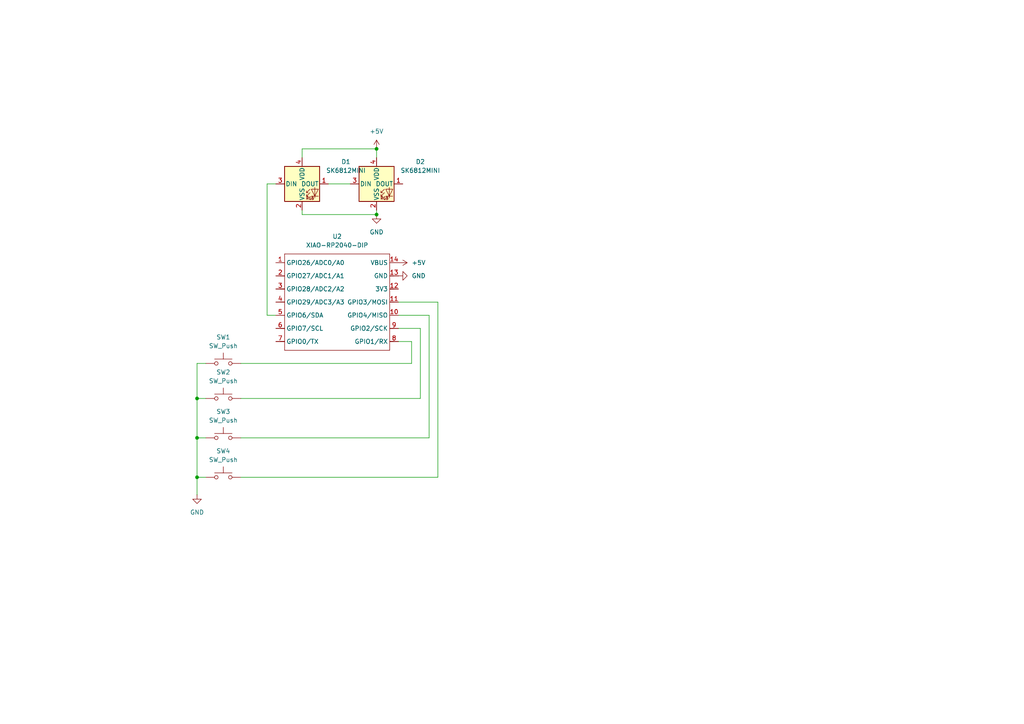
<source format=kicad_sch>
(kicad_sch
	(version 20250114)
	(generator "eeschema")
	(generator_version "9.0")
	(uuid "7e800ba9-664f-4666-9ed0-450b89cd639a")
	(paper "A4")
	(lib_symbols
		(symbol "LED:SK6812MINI"
			(pin_names
				(offset 0.254)
			)
			(exclude_from_sim no)
			(in_bom yes)
			(on_board yes)
			(property "Reference" "D"
				(at 5.08 5.715 0)
				(effects
					(font
						(size 1.27 1.27)
					)
					(justify right bottom)
				)
			)
			(property "Value" "SK6812MINI"
				(at 1.27 -5.715 0)
				(effects
					(font
						(size 1.27 1.27)
					)
					(justify left top)
				)
			)
			(property "Footprint" "LED_SMD:LED_SK6812MINI_PLCC4_3.5x3.5mm_P1.75mm"
				(at 1.27 -7.62 0)
				(effects
					(font
						(size 1.27 1.27)
					)
					(justify left top)
					(hide yes)
				)
			)
			(property "Datasheet" "https://cdn-shop.adafruit.com/product-files/2686/SK6812MINI_REV.01-1-2.pdf"
				(at 2.54 -9.525 0)
				(effects
					(font
						(size 1.27 1.27)
					)
					(justify left top)
					(hide yes)
				)
			)
			(property "Description" "RGB LED with integrated controller"
				(at 0 0 0)
				(effects
					(font
						(size 1.27 1.27)
					)
					(hide yes)
				)
			)
			(property "ki_keywords" "RGB LED NeoPixel Mini addressable"
				(at 0 0 0)
				(effects
					(font
						(size 1.27 1.27)
					)
					(hide yes)
				)
			)
			(property "ki_fp_filters" "LED*SK6812MINI*PLCC*3.5x3.5mm*P1.75mm*"
				(at 0 0 0)
				(effects
					(font
						(size 1.27 1.27)
					)
					(hide yes)
				)
			)
			(symbol "SK6812MINI_0_0"
				(text "RGB"
					(at 2.286 -4.191 0)
					(effects
						(font
							(size 0.762 0.762)
						)
					)
				)
			)
			(symbol "SK6812MINI_0_1"
				(polyline
					(pts
						(xy 1.27 -2.54) (xy 1.778 -2.54)
					)
					(stroke
						(width 0)
						(type default)
					)
					(fill
						(type none)
					)
				)
				(polyline
					(pts
						(xy 1.27 -3.556) (xy 1.778 -3.556)
					)
					(stroke
						(width 0)
						(type default)
					)
					(fill
						(type none)
					)
				)
				(polyline
					(pts
						(xy 2.286 -1.524) (xy 1.27 -2.54) (xy 1.27 -2.032)
					)
					(stroke
						(width 0)
						(type default)
					)
					(fill
						(type none)
					)
				)
				(polyline
					(pts
						(xy 2.286 -2.54) (xy 1.27 -3.556) (xy 1.27 -3.048)
					)
					(stroke
						(width 0)
						(type default)
					)
					(fill
						(type none)
					)
				)
				(polyline
					(pts
						(xy 3.683 -1.016) (xy 3.683 -3.556) (xy 3.683 -4.064)
					)
					(stroke
						(width 0)
						(type default)
					)
					(fill
						(type none)
					)
				)
				(polyline
					(pts
						(xy 4.699 -1.524) (xy 2.667 -1.524) (xy 3.683 -3.556) (xy 4.699 -1.524)
					)
					(stroke
						(width 0)
						(type default)
					)
					(fill
						(type none)
					)
				)
				(polyline
					(pts
						(xy 4.699 -3.556) (xy 2.667 -3.556)
					)
					(stroke
						(width 0)
						(type default)
					)
					(fill
						(type none)
					)
				)
				(rectangle
					(start 5.08 5.08)
					(end -5.08 -5.08)
					(stroke
						(width 0.254)
						(type default)
					)
					(fill
						(type background)
					)
				)
			)
			(symbol "SK6812MINI_1_1"
				(pin input line
					(at -7.62 0 0)
					(length 2.54)
					(name "DIN"
						(effects
							(font
								(size 1.27 1.27)
							)
						)
					)
					(number "3"
						(effects
							(font
								(size 1.27 1.27)
							)
						)
					)
				)
				(pin power_in line
					(at 0 7.62 270)
					(length 2.54)
					(name "VDD"
						(effects
							(font
								(size 1.27 1.27)
							)
						)
					)
					(number "4"
						(effects
							(font
								(size 1.27 1.27)
							)
						)
					)
				)
				(pin power_in line
					(at 0 -7.62 90)
					(length 2.54)
					(name "VSS"
						(effects
							(font
								(size 1.27 1.27)
							)
						)
					)
					(number "2"
						(effects
							(font
								(size 1.27 1.27)
							)
						)
					)
				)
				(pin output line
					(at 7.62 0 180)
					(length 2.54)
					(name "DOUT"
						(effects
							(font
								(size 1.27 1.27)
							)
						)
					)
					(number "1"
						(effects
							(font
								(size 1.27 1.27)
							)
						)
					)
				)
			)
			(embedded_fonts no)
		)
		(symbol "OPL:XIAO-RP2040-DIP"
			(exclude_from_sim no)
			(in_bom yes)
			(on_board yes)
			(property "Reference" "U"
				(at 0 0 0)
				(effects
					(font
						(size 1.27 1.27)
					)
				)
			)
			(property "Value" "XIAO-RP2040-DIP"
				(at 5.334 -1.778 0)
				(effects
					(font
						(size 1.27 1.27)
					)
				)
			)
			(property "Footprint" "Module:MOUDLE14P-XIAO-DIP-SMD"
				(at 14.478 -32.258 0)
				(effects
					(font
						(size 1.27 1.27)
					)
					(hide yes)
				)
			)
			(property "Datasheet" ""
				(at 0 0 0)
				(effects
					(font
						(size 1.27 1.27)
					)
					(hide yes)
				)
			)
			(property "Description" ""
				(at 0 0 0)
				(effects
					(font
						(size 1.27 1.27)
					)
					(hide yes)
				)
			)
			(symbol "XIAO-RP2040-DIP_1_0"
				(polyline
					(pts
						(xy -1.27 -2.54) (xy 29.21 -2.54)
					)
					(stroke
						(width 0.1524)
						(type solid)
					)
					(fill
						(type none)
					)
				)
				(polyline
					(pts
						(xy -1.27 -5.08) (xy -2.54 -5.08)
					)
					(stroke
						(width 0.1524)
						(type solid)
					)
					(fill
						(type none)
					)
				)
				(polyline
					(pts
						(xy -1.27 -5.08) (xy -1.27 -2.54)
					)
					(stroke
						(width 0.1524)
						(type solid)
					)
					(fill
						(type none)
					)
				)
				(polyline
					(pts
						(xy -1.27 -8.89) (xy -2.54 -8.89)
					)
					(stroke
						(width 0.1524)
						(type solid)
					)
					(fill
						(type none)
					)
				)
				(polyline
					(pts
						(xy -1.27 -8.89) (xy -1.27 -5.08)
					)
					(stroke
						(width 0.1524)
						(type solid)
					)
					(fill
						(type none)
					)
				)
				(polyline
					(pts
						(xy -1.27 -12.7) (xy -2.54 -12.7)
					)
					(stroke
						(width 0.1524)
						(type solid)
					)
					(fill
						(type none)
					)
				)
				(polyline
					(pts
						(xy -1.27 -12.7) (xy -1.27 -8.89)
					)
					(stroke
						(width 0.1524)
						(type solid)
					)
					(fill
						(type none)
					)
				)
				(polyline
					(pts
						(xy -1.27 -16.51) (xy -2.54 -16.51)
					)
					(stroke
						(width 0.1524)
						(type solid)
					)
					(fill
						(type none)
					)
				)
				(polyline
					(pts
						(xy -1.27 -16.51) (xy -1.27 -12.7)
					)
					(stroke
						(width 0.1524)
						(type solid)
					)
					(fill
						(type none)
					)
				)
				(polyline
					(pts
						(xy -1.27 -20.32) (xy -2.54 -20.32)
					)
					(stroke
						(width 0.1524)
						(type solid)
					)
					(fill
						(type none)
					)
				)
				(polyline
					(pts
						(xy -1.27 -24.13) (xy -2.54 -24.13)
					)
					(stroke
						(width 0.1524)
						(type solid)
					)
					(fill
						(type none)
					)
				)
				(polyline
					(pts
						(xy -1.27 -27.94) (xy -2.54 -27.94)
					)
					(stroke
						(width 0.1524)
						(type solid)
					)
					(fill
						(type none)
					)
				)
				(polyline
					(pts
						(xy -1.27 -30.48) (xy -1.27 -16.51)
					)
					(stroke
						(width 0.1524)
						(type solid)
					)
					(fill
						(type none)
					)
				)
				(polyline
					(pts
						(xy 29.21 -2.54) (xy 29.21 -5.08)
					)
					(stroke
						(width 0.1524)
						(type solid)
					)
					(fill
						(type none)
					)
				)
				(polyline
					(pts
						(xy 29.21 -5.08) (xy 29.21 -8.89)
					)
					(stroke
						(width 0.1524)
						(type solid)
					)
					(fill
						(type none)
					)
				)
				(polyline
					(pts
						(xy 29.21 -8.89) (xy 29.21 -12.7)
					)
					(stroke
						(width 0.1524)
						(type solid)
					)
					(fill
						(type none)
					)
				)
				(polyline
					(pts
						(xy 29.21 -12.7) (xy 29.21 -30.48)
					)
					(stroke
						(width 0.1524)
						(type solid)
					)
					(fill
						(type none)
					)
				)
				(polyline
					(pts
						(xy 29.21 -30.48) (xy -1.27 -30.48)
					)
					(stroke
						(width 0.1524)
						(type solid)
					)
					(fill
						(type none)
					)
				)
				(polyline
					(pts
						(xy 30.48 -5.08) (xy 29.21 -5.08)
					)
					(stroke
						(width 0.1524)
						(type solid)
					)
					(fill
						(type none)
					)
				)
				(polyline
					(pts
						(xy 30.48 -8.89) (xy 29.21 -8.89)
					)
					(stroke
						(width 0.1524)
						(type solid)
					)
					(fill
						(type none)
					)
				)
				(polyline
					(pts
						(xy 30.48 -12.7) (xy 29.21 -12.7)
					)
					(stroke
						(width 0.1524)
						(type solid)
					)
					(fill
						(type none)
					)
				)
				(polyline
					(pts
						(xy 30.48 -16.51) (xy 29.21 -16.51)
					)
					(stroke
						(width 0.1524)
						(type solid)
					)
					(fill
						(type none)
					)
				)
				(polyline
					(pts
						(xy 30.48 -20.32) (xy 29.21 -20.32)
					)
					(stroke
						(width 0.1524)
						(type solid)
					)
					(fill
						(type none)
					)
				)
				(polyline
					(pts
						(xy 30.48 -24.13) (xy 29.21 -24.13)
					)
					(stroke
						(width 0.1524)
						(type solid)
					)
					(fill
						(type none)
					)
				)
				(polyline
					(pts
						(xy 30.48 -27.94) (xy 29.21 -27.94)
					)
					(stroke
						(width 0.1524)
						(type solid)
					)
					(fill
						(type none)
					)
				)
				(pin passive line
					(at -3.81 -5.08 0)
					(length 2.54)
					(name "GPIO26/ADC0/A0"
						(effects
							(font
								(size 1.27 1.27)
							)
						)
					)
					(number "1"
						(effects
							(font
								(size 1.27 1.27)
							)
						)
					)
				)
				(pin passive line
					(at -3.81 -8.89 0)
					(length 2.54)
					(name "GPIO27/ADC1/A1"
						(effects
							(font
								(size 1.27 1.27)
							)
						)
					)
					(number "2"
						(effects
							(font
								(size 1.27 1.27)
							)
						)
					)
				)
				(pin passive line
					(at -3.81 -12.7 0)
					(length 2.54)
					(name "GPIO28/ADC2/A2"
						(effects
							(font
								(size 1.27 1.27)
							)
						)
					)
					(number "3"
						(effects
							(font
								(size 1.27 1.27)
							)
						)
					)
				)
				(pin passive line
					(at -3.81 -16.51 0)
					(length 2.54)
					(name "GPIO29/ADC3/A3"
						(effects
							(font
								(size 1.27 1.27)
							)
						)
					)
					(number "4"
						(effects
							(font
								(size 1.27 1.27)
							)
						)
					)
				)
				(pin passive line
					(at -3.81 -20.32 0)
					(length 2.54)
					(name "GPIO6/SDA"
						(effects
							(font
								(size 1.27 1.27)
							)
						)
					)
					(number "5"
						(effects
							(font
								(size 1.27 1.27)
							)
						)
					)
				)
				(pin passive line
					(at -3.81 -24.13 0)
					(length 2.54)
					(name "GPIO7/SCL"
						(effects
							(font
								(size 1.27 1.27)
							)
						)
					)
					(number "6"
						(effects
							(font
								(size 1.27 1.27)
							)
						)
					)
				)
				(pin passive line
					(at -3.81 -27.94 0)
					(length 2.54)
					(name "GPIO0/TX"
						(effects
							(font
								(size 1.27 1.27)
							)
						)
					)
					(number "7"
						(effects
							(font
								(size 1.27 1.27)
							)
						)
					)
				)
				(pin passive line
					(at 31.75 -5.08 180)
					(length 2.54)
					(name "VBUS"
						(effects
							(font
								(size 1.27 1.27)
							)
						)
					)
					(number "14"
						(effects
							(font
								(size 1.27 1.27)
							)
						)
					)
				)
				(pin passive line
					(at 31.75 -8.89 180)
					(length 2.54)
					(name "GND"
						(effects
							(font
								(size 1.27 1.27)
							)
						)
					)
					(number "13"
						(effects
							(font
								(size 1.27 1.27)
							)
						)
					)
				)
				(pin passive line
					(at 31.75 -12.7 180)
					(length 2.54)
					(name "3V3"
						(effects
							(font
								(size 1.27 1.27)
							)
						)
					)
					(number "12"
						(effects
							(font
								(size 1.27 1.27)
							)
						)
					)
				)
				(pin passive line
					(at 31.75 -16.51 180)
					(length 2.54)
					(name "GPIO3/MOSI"
						(effects
							(font
								(size 1.27 1.27)
							)
						)
					)
					(number "11"
						(effects
							(font
								(size 1.27 1.27)
							)
						)
					)
				)
				(pin passive line
					(at 31.75 -20.32 180)
					(length 2.54)
					(name "GPIO4/MISO"
						(effects
							(font
								(size 1.27 1.27)
							)
						)
					)
					(number "10"
						(effects
							(font
								(size 1.27 1.27)
							)
						)
					)
				)
				(pin passive line
					(at 31.75 -24.13 180)
					(length 2.54)
					(name "GPIO2/SCK"
						(effects
							(font
								(size 1.27 1.27)
							)
						)
					)
					(number "9"
						(effects
							(font
								(size 1.27 1.27)
							)
						)
					)
				)
				(pin passive line
					(at 31.75 -27.94 180)
					(length 2.54)
					(name "GPIO1/RX"
						(effects
							(font
								(size 1.27 1.27)
							)
						)
					)
					(number "8"
						(effects
							(font
								(size 1.27 1.27)
							)
						)
					)
				)
			)
			(embedded_fonts no)
		)
		(symbol "Switch:SW_Push"
			(pin_numbers
				(hide yes)
			)
			(pin_names
				(offset 1.016)
				(hide yes)
			)
			(exclude_from_sim no)
			(in_bom yes)
			(on_board yes)
			(property "Reference" "SW"
				(at 1.27 2.54 0)
				(effects
					(font
						(size 1.27 1.27)
					)
					(justify left)
				)
			)
			(property "Value" "SW_Push"
				(at 0 -1.524 0)
				(effects
					(font
						(size 1.27 1.27)
					)
				)
			)
			(property "Footprint" ""
				(at 0 5.08 0)
				(effects
					(font
						(size 1.27 1.27)
					)
					(hide yes)
				)
			)
			(property "Datasheet" "~"
				(at 0 5.08 0)
				(effects
					(font
						(size 1.27 1.27)
					)
					(hide yes)
				)
			)
			(property "Description" "Push button switch, generic, two pins"
				(at 0 0 0)
				(effects
					(font
						(size 1.27 1.27)
					)
					(hide yes)
				)
			)
			(property "ki_keywords" "switch normally-open pushbutton push-button"
				(at 0 0 0)
				(effects
					(font
						(size 1.27 1.27)
					)
					(hide yes)
				)
			)
			(symbol "SW_Push_0_1"
				(circle
					(center -2.032 0)
					(radius 0.508)
					(stroke
						(width 0)
						(type default)
					)
					(fill
						(type none)
					)
				)
				(polyline
					(pts
						(xy 0 1.27) (xy 0 3.048)
					)
					(stroke
						(width 0)
						(type default)
					)
					(fill
						(type none)
					)
				)
				(circle
					(center 2.032 0)
					(radius 0.508)
					(stroke
						(width 0)
						(type default)
					)
					(fill
						(type none)
					)
				)
				(polyline
					(pts
						(xy 2.54 1.27) (xy -2.54 1.27)
					)
					(stroke
						(width 0)
						(type default)
					)
					(fill
						(type none)
					)
				)
				(pin passive line
					(at -5.08 0 0)
					(length 2.54)
					(name "1"
						(effects
							(font
								(size 1.27 1.27)
							)
						)
					)
					(number "1"
						(effects
							(font
								(size 1.27 1.27)
							)
						)
					)
				)
				(pin passive line
					(at 5.08 0 180)
					(length 2.54)
					(name "2"
						(effects
							(font
								(size 1.27 1.27)
							)
						)
					)
					(number "2"
						(effects
							(font
								(size 1.27 1.27)
							)
						)
					)
				)
			)
			(embedded_fonts no)
		)
		(symbol "power:+5V"
			(power)
			(pin_numbers
				(hide yes)
			)
			(pin_names
				(offset 0)
				(hide yes)
			)
			(exclude_from_sim no)
			(in_bom yes)
			(on_board yes)
			(property "Reference" "#PWR"
				(at 0 -3.81 0)
				(effects
					(font
						(size 1.27 1.27)
					)
					(hide yes)
				)
			)
			(property "Value" "+5V"
				(at 0 3.556 0)
				(effects
					(font
						(size 1.27 1.27)
					)
				)
			)
			(property "Footprint" ""
				(at 0 0 0)
				(effects
					(font
						(size 1.27 1.27)
					)
					(hide yes)
				)
			)
			(property "Datasheet" ""
				(at 0 0 0)
				(effects
					(font
						(size 1.27 1.27)
					)
					(hide yes)
				)
			)
			(property "Description" "Power symbol creates a global label with name \"+5V\""
				(at 0 0 0)
				(effects
					(font
						(size 1.27 1.27)
					)
					(hide yes)
				)
			)
			(property "ki_keywords" "global power"
				(at 0 0 0)
				(effects
					(font
						(size 1.27 1.27)
					)
					(hide yes)
				)
			)
			(symbol "+5V_0_1"
				(polyline
					(pts
						(xy -0.762 1.27) (xy 0 2.54)
					)
					(stroke
						(width 0)
						(type default)
					)
					(fill
						(type none)
					)
				)
				(polyline
					(pts
						(xy 0 2.54) (xy 0.762 1.27)
					)
					(stroke
						(width 0)
						(type default)
					)
					(fill
						(type none)
					)
				)
				(polyline
					(pts
						(xy 0 0) (xy 0 2.54)
					)
					(stroke
						(width 0)
						(type default)
					)
					(fill
						(type none)
					)
				)
			)
			(symbol "+5V_1_1"
				(pin power_in line
					(at 0 0 90)
					(length 0)
					(name "~"
						(effects
							(font
								(size 1.27 1.27)
							)
						)
					)
					(number "1"
						(effects
							(font
								(size 1.27 1.27)
							)
						)
					)
				)
			)
			(embedded_fonts no)
		)
		(symbol "power:GND"
			(power)
			(pin_numbers
				(hide yes)
			)
			(pin_names
				(offset 0)
				(hide yes)
			)
			(exclude_from_sim no)
			(in_bom yes)
			(on_board yes)
			(property "Reference" "#PWR"
				(at 0 -6.35 0)
				(effects
					(font
						(size 1.27 1.27)
					)
					(hide yes)
				)
			)
			(property "Value" "GND"
				(at 0 -3.81 0)
				(effects
					(font
						(size 1.27 1.27)
					)
				)
			)
			(property "Footprint" ""
				(at 0 0 0)
				(effects
					(font
						(size 1.27 1.27)
					)
					(hide yes)
				)
			)
			(property "Datasheet" ""
				(at 0 0 0)
				(effects
					(font
						(size 1.27 1.27)
					)
					(hide yes)
				)
			)
			(property "Description" "Power symbol creates a global label with name \"GND\" , ground"
				(at 0 0 0)
				(effects
					(font
						(size 1.27 1.27)
					)
					(hide yes)
				)
			)
			(property "ki_keywords" "global power"
				(at 0 0 0)
				(effects
					(font
						(size 1.27 1.27)
					)
					(hide yes)
				)
			)
			(symbol "GND_0_1"
				(polyline
					(pts
						(xy 0 0) (xy 0 -1.27) (xy 1.27 -1.27) (xy 0 -2.54) (xy -1.27 -1.27) (xy 0 -1.27)
					)
					(stroke
						(width 0)
						(type default)
					)
					(fill
						(type none)
					)
				)
			)
			(symbol "GND_1_1"
				(pin power_in line
					(at 0 0 270)
					(length 0)
					(name "~"
						(effects
							(font
								(size 1.27 1.27)
							)
						)
					)
					(number "1"
						(effects
							(font
								(size 1.27 1.27)
							)
						)
					)
				)
			)
			(embedded_fonts no)
		)
	)
	(junction
		(at 57.15 138.43)
		(diameter 0)
		(color 0 0 0 0)
		(uuid "06799aec-a73c-4886-b144-33f38d636ab3")
	)
	(junction
		(at 57.15 115.57)
		(diameter 0)
		(color 0 0 0 0)
		(uuid "119d49c3-996b-446c-ab6a-14738d6b1576")
	)
	(junction
		(at 109.22 43.18)
		(diameter 0)
		(color 0 0 0 0)
		(uuid "26005b52-3bac-4811-b1d8-caa371f0046f")
	)
	(junction
		(at 109.22 62.23)
		(diameter 0)
		(color 0 0 0 0)
		(uuid "a5164155-8d80-4e3e-8593-ca5fd05d119d")
	)
	(junction
		(at 57.15 127)
		(diameter 0)
		(color 0 0 0 0)
		(uuid "f9669d7d-bf9f-49f4-ac38-e7593397c8c5")
	)
	(wire
		(pts
			(xy 57.15 127) (xy 59.69 127)
		)
		(stroke
			(width 0)
			(type default)
		)
		(uuid "0e397d1c-79bb-4072-bef4-af24687f7e99")
	)
	(wire
		(pts
			(xy 80.01 53.34) (xy 77.47 53.34)
		)
		(stroke
			(width 0)
			(type default)
		)
		(uuid "147cf7e1-e14b-4f02-bf47-0a9b19a41ba5")
	)
	(wire
		(pts
			(xy 119.38 105.41) (xy 119.38 99.06)
		)
		(stroke
			(width 0)
			(type default)
		)
		(uuid "15ae4f19-2b80-4af3-929e-e117202af438")
	)
	(wire
		(pts
			(xy 77.47 91.44) (xy 80.01 91.44)
		)
		(stroke
			(width 0)
			(type default)
		)
		(uuid "26c30a31-3cbe-45ad-a95f-f8c79182fdef")
	)
	(wire
		(pts
			(xy 87.63 60.96) (xy 87.63 62.23)
		)
		(stroke
			(width 0)
			(type default)
		)
		(uuid "3ba90562-623c-4bde-80ae-04dc9dab2a0f")
	)
	(wire
		(pts
			(xy 121.92 95.25) (xy 115.57 95.25)
		)
		(stroke
			(width 0)
			(type default)
		)
		(uuid "43a8c049-0ee0-4abc-b73c-871a2b1c119f")
	)
	(wire
		(pts
			(xy 115.57 99.06) (xy 119.38 99.06)
		)
		(stroke
			(width 0)
			(type default)
		)
		(uuid "4cbc70c8-9f4b-4726-a473-f6db8de09cdc")
	)
	(wire
		(pts
			(xy 59.69 105.41) (xy 57.15 105.41)
		)
		(stroke
			(width 0)
			(type default)
		)
		(uuid "500ddee9-07c0-41d0-a918-4fa825c3f808")
	)
	(wire
		(pts
			(xy 57.15 138.43) (xy 59.69 138.43)
		)
		(stroke
			(width 0)
			(type default)
		)
		(uuid "52820a17-1a4b-465c-99fb-8c53fdaeea87")
	)
	(wire
		(pts
			(xy 109.22 43.18) (xy 109.22 45.72)
		)
		(stroke
			(width 0)
			(type default)
		)
		(uuid "5552a059-239c-4c01-981f-fb52ad709b15")
	)
	(wire
		(pts
			(xy 57.15 115.57) (xy 59.69 115.57)
		)
		(stroke
			(width 0)
			(type default)
		)
		(uuid "83829867-bbef-46e3-9e73-961d0ebce4a5")
	)
	(wire
		(pts
			(xy 121.92 115.57) (xy 121.92 95.25)
		)
		(stroke
			(width 0)
			(type default)
		)
		(uuid "83d1c05b-14ff-4e44-a946-f359d0a58537")
	)
	(wire
		(pts
			(xy 69.85 127) (xy 124.46 127)
		)
		(stroke
			(width 0)
			(type default)
		)
		(uuid "8890e0d4-4e17-466a-9087-1715c0f2b7bb")
	)
	(wire
		(pts
			(xy 69.85 138.43) (xy 127 138.43)
		)
		(stroke
			(width 0)
			(type default)
		)
		(uuid "8beea38e-787e-4046-9e02-f26d10e7b8a6")
	)
	(wire
		(pts
			(xy 69.85 115.57) (xy 121.92 115.57)
		)
		(stroke
			(width 0)
			(type default)
		)
		(uuid "8e5a1f33-dbc9-43e4-94c9-2f5ad6ae9e83")
	)
	(wire
		(pts
			(xy 87.63 45.72) (xy 87.63 43.18)
		)
		(stroke
			(width 0)
			(type default)
		)
		(uuid "9fb0d829-ba3b-435b-b07f-5a28a63daaa7")
	)
	(wire
		(pts
			(xy 127 138.43) (xy 127 87.63)
		)
		(stroke
			(width 0)
			(type default)
		)
		(uuid "a23108bb-f556-4d93-b1c3-58df3482259f")
	)
	(wire
		(pts
			(xy 115.57 91.44) (xy 124.46 91.44)
		)
		(stroke
			(width 0)
			(type default)
		)
		(uuid "a65ea376-96af-4628-85ef-62ccb7d0d0f3")
	)
	(wire
		(pts
			(xy 57.15 115.57) (xy 57.15 127)
		)
		(stroke
			(width 0)
			(type default)
		)
		(uuid "a7f61c67-c500-4c42-a5a9-da0249a5bbe9")
	)
	(wire
		(pts
			(xy 124.46 127) (xy 124.46 91.44)
		)
		(stroke
			(width 0)
			(type default)
		)
		(uuid "a98605c8-93ff-46b5-b8ed-0304f60ac3b5")
	)
	(wire
		(pts
			(xy 95.25 53.34) (xy 101.6 53.34)
		)
		(stroke
			(width 0)
			(type default)
		)
		(uuid "b00acbe9-7446-4f27-aa02-0b869979d3db")
	)
	(wire
		(pts
			(xy 57.15 105.41) (xy 57.15 115.57)
		)
		(stroke
			(width 0)
			(type default)
		)
		(uuid "b4a1c515-6e9f-4e0c-a7f7-d8fe4391f7a3")
	)
	(wire
		(pts
			(xy 87.63 43.18) (xy 109.22 43.18)
		)
		(stroke
			(width 0)
			(type default)
		)
		(uuid "b91b3bac-9c6f-46b0-89bb-d595d321b75a")
	)
	(wire
		(pts
			(xy 87.63 62.23) (xy 109.22 62.23)
		)
		(stroke
			(width 0)
			(type default)
		)
		(uuid "be5e6e53-c368-4d74-81fe-353c313fb0bd")
	)
	(wire
		(pts
			(xy 57.15 138.43) (xy 57.15 143.51)
		)
		(stroke
			(width 0)
			(type default)
		)
		(uuid "c62fddff-2b04-42de-88ef-757c437c1d8a")
	)
	(wire
		(pts
			(xy 109.22 62.23) (xy 109.22 60.96)
		)
		(stroke
			(width 0)
			(type default)
		)
		(uuid "ce6fc7bf-b56d-4335-a386-b1b9e97d9595")
	)
	(wire
		(pts
			(xy 57.15 127) (xy 57.15 138.43)
		)
		(stroke
			(width 0)
			(type default)
		)
		(uuid "da660966-741e-4a64-ab12-bde619f40619")
	)
	(wire
		(pts
			(xy 77.47 53.34) (xy 77.47 91.44)
		)
		(stroke
			(width 0)
			(type default)
		)
		(uuid "e24cf74b-ed6b-44bb-9052-dfe906e9be3d")
	)
	(wire
		(pts
			(xy 69.85 105.41) (xy 119.38 105.41)
		)
		(stroke
			(width 0)
			(type default)
		)
		(uuid "eb5e43c4-e7cc-4869-8dc9-cdedd1a7b702")
	)
	(wire
		(pts
			(xy 127 87.63) (xy 115.57 87.63)
		)
		(stroke
			(width 0)
			(type default)
		)
		(uuid "fdb08394-a640-4421-bc2c-b441e14f9090")
	)
	(symbol
		(lib_id "Switch:SW_Push")
		(at 64.77 138.43 0)
		(unit 1)
		(exclude_from_sim no)
		(in_bom yes)
		(on_board yes)
		(dnp no)
		(fields_autoplaced yes)
		(uuid "1a1f7e34-c73a-4113-a5d4-9bf13c16a894")
		(property "Reference" "SW4"
			(at 64.77 130.81 0)
			(effects
				(font
					(size 1.27 1.27)
				)
			)
		)
		(property "Value" "SW_Push"
			(at 64.77 133.35 0)
			(effects
				(font
					(size 1.27 1.27)
				)
			)
		)
		(property "Footprint" "Button_Switch_Keyboard:SW_Cherry_MX_1.00u_PCB"
			(at 64.77 133.35 0)
			(effects
				(font
					(size 1.27 1.27)
				)
				(hide yes)
			)
		)
		(property "Datasheet" "~"
			(at 64.77 133.35 0)
			(effects
				(font
					(size 1.27 1.27)
				)
				(hide yes)
			)
		)
		(property "Description" "Push button switch, generic, two pins"
			(at 64.77 138.43 0)
			(effects
				(font
					(size 1.27 1.27)
				)
				(hide yes)
			)
		)
		(pin "1"
			(uuid "ea4d48af-cf7e-4128-b304-8db35efdec0a")
		)
		(pin "2"
			(uuid "0db554b3-5611-4d4e-a97c-aec8e39ecf19")
		)
		(instances
			(project "schematic"
				(path "/7e800ba9-664f-4666-9ed0-450b89cd639a"
					(reference "SW4")
					(unit 1)
				)
			)
		)
	)
	(symbol
		(lib_id "Switch:SW_Push")
		(at 64.77 105.41 0)
		(unit 1)
		(exclude_from_sim no)
		(in_bom yes)
		(on_board yes)
		(dnp no)
		(fields_autoplaced yes)
		(uuid "2127515a-db8f-42e7-adaa-5b9596ab610d")
		(property "Reference" "SW1"
			(at 64.77 97.79 0)
			(effects
				(font
					(size 1.27 1.27)
				)
			)
		)
		(property "Value" "SW_Push"
			(at 64.77 100.33 0)
			(effects
				(font
					(size 1.27 1.27)
				)
			)
		)
		(property "Footprint" "Button_Switch_Keyboard:SW_Cherry_MX_1.00u_PCB"
			(at 64.77 100.33 0)
			(effects
				(font
					(size 1.27 1.27)
				)
				(hide yes)
			)
		)
		(property "Datasheet" "~"
			(at 64.77 100.33 0)
			(effects
				(font
					(size 1.27 1.27)
				)
				(hide yes)
			)
		)
		(property "Description" "Push button switch, generic, two pins"
			(at 64.77 105.41 0)
			(effects
				(font
					(size 1.27 1.27)
				)
				(hide yes)
			)
		)
		(pin "1"
			(uuid "c8e69ecf-f847-43bd-9681-1d6de5654583")
		)
		(pin "2"
			(uuid "3b361c22-2cc9-45ee-bb0f-bd509ae2dac5")
		)
		(instances
			(project ""
				(path "/7e800ba9-664f-4666-9ed0-450b89cd639a"
					(reference "SW1")
					(unit 1)
				)
			)
		)
	)
	(symbol
		(lib_id "power:+5V")
		(at 115.57 76.2 270)
		(unit 1)
		(exclude_from_sim no)
		(in_bom yes)
		(on_board yes)
		(dnp no)
		(fields_autoplaced yes)
		(uuid "50a1e5bb-7ac5-4ae1-9b32-a8d4c95b9b8c")
		(property "Reference" "#PWR03"
			(at 111.76 76.2 0)
			(effects
				(font
					(size 1.27 1.27)
				)
				(hide yes)
			)
		)
		(property "Value" "+5V"
			(at 119.38 76.1999 90)
			(effects
				(font
					(size 1.27 1.27)
				)
				(justify left)
			)
		)
		(property "Footprint" ""
			(at 115.57 76.2 0)
			(effects
				(font
					(size 1.27 1.27)
				)
				(hide yes)
			)
		)
		(property "Datasheet" ""
			(at 115.57 76.2 0)
			(effects
				(font
					(size 1.27 1.27)
				)
				(hide yes)
			)
		)
		(property "Description" "Power symbol creates a global label with name \"+5V\""
			(at 115.57 76.2 0)
			(effects
				(font
					(size 1.27 1.27)
				)
				(hide yes)
			)
		)
		(pin "1"
			(uuid "eee22afa-f80c-4a81-8de5-a7b7257fef9c")
		)
		(instances
			(project ""
				(path "/7e800ba9-664f-4666-9ed0-450b89cd639a"
					(reference "#PWR03")
					(unit 1)
				)
			)
		)
	)
	(symbol
		(lib_id "LED:SK6812MINI")
		(at 87.63 53.34 0)
		(unit 1)
		(exclude_from_sim no)
		(in_bom yes)
		(on_board yes)
		(dnp no)
		(fields_autoplaced yes)
		(uuid "555ff395-de77-442f-8c35-d41e28e47da3")
		(property "Reference" "D1"
			(at 100.33 46.9198 0)
			(effects
				(font
					(size 1.27 1.27)
				)
			)
		)
		(property "Value" "SK6812MINI"
			(at 100.33 49.4598 0)
			(effects
				(font
					(size 1.27 1.27)
				)
			)
		)
		(property "Footprint" "LED_SMD:LED_SK6812MINI_PLCC4_3.5x3.5mm_P1.75mm"
			(at 88.9 60.96 0)
			(effects
				(font
					(size 1.27 1.27)
				)
				(justify left top)
				(hide yes)
			)
		)
		(property "Datasheet" "https://cdn-shop.adafruit.com/product-files/2686/SK6812MINI_REV.01-1-2.pdf"
			(at 90.17 62.865 0)
			(effects
				(font
					(size 1.27 1.27)
				)
				(justify left top)
				(hide yes)
			)
		)
		(property "Description" "RGB LED with integrated controller"
			(at 87.63 53.34 0)
			(effects
				(font
					(size 1.27 1.27)
				)
				(hide yes)
			)
		)
		(pin "2"
			(uuid "68f336b5-1359-41eb-afa3-bdb73c213e92")
		)
		(pin "3"
			(uuid "1975b2d9-83af-462f-a7b0-2fabd76d8035")
		)
		(pin "1"
			(uuid "22341360-d42f-4986-9498-1b413aee0394")
		)
		(pin "4"
			(uuid "69b67035-1612-433b-ba49-42fe1ec6c57c")
		)
		(instances
			(project ""
				(path "/7e800ba9-664f-4666-9ed0-450b89cd639a"
					(reference "D1")
					(unit 1)
				)
			)
		)
	)
	(symbol
		(lib_id "power:GND")
		(at 109.22 62.23 0)
		(unit 1)
		(exclude_from_sim no)
		(in_bom yes)
		(on_board yes)
		(dnp no)
		(fields_autoplaced yes)
		(uuid "5bc1c3ff-6405-4404-a0a1-85c2f048c630")
		(property "Reference" "#PWR05"
			(at 109.22 68.58 0)
			(effects
				(font
					(size 1.27 1.27)
				)
				(hide yes)
			)
		)
		(property "Value" "GND"
			(at 109.22 67.31 0)
			(effects
				(font
					(size 1.27 1.27)
				)
			)
		)
		(property "Footprint" ""
			(at 109.22 62.23 0)
			(effects
				(font
					(size 1.27 1.27)
				)
				(hide yes)
			)
		)
		(property "Datasheet" ""
			(at 109.22 62.23 0)
			(effects
				(font
					(size 1.27 1.27)
				)
				(hide yes)
			)
		)
		(property "Description" "Power symbol creates a global label with name \"GND\" , ground"
			(at 109.22 62.23 0)
			(effects
				(font
					(size 1.27 1.27)
				)
				(hide yes)
			)
		)
		(pin "1"
			(uuid "36622cc5-433b-4f1e-a347-aa062a4b6f9a")
		)
		(instances
			(project ""
				(path "/7e800ba9-664f-4666-9ed0-450b89cd639a"
					(reference "#PWR05")
					(unit 1)
				)
			)
		)
	)
	(symbol
		(lib_id "Switch:SW_Push")
		(at 64.77 115.57 0)
		(unit 1)
		(exclude_from_sim no)
		(in_bom yes)
		(on_board yes)
		(dnp no)
		(fields_autoplaced yes)
		(uuid "639badce-c376-4018-8bfb-c24e6bc21170")
		(property "Reference" "SW2"
			(at 64.77 107.95 0)
			(effects
				(font
					(size 1.27 1.27)
				)
			)
		)
		(property "Value" "SW_Push"
			(at 64.77 110.49 0)
			(effects
				(font
					(size 1.27 1.27)
				)
			)
		)
		(property "Footprint" "Button_Switch_Keyboard:SW_Cherry_MX_1.00u_PCB"
			(at 64.77 110.49 0)
			(effects
				(font
					(size 1.27 1.27)
				)
				(hide yes)
			)
		)
		(property "Datasheet" "~"
			(at 64.77 110.49 0)
			(effects
				(font
					(size 1.27 1.27)
				)
				(hide yes)
			)
		)
		(property "Description" "Push button switch, generic, two pins"
			(at 64.77 115.57 0)
			(effects
				(font
					(size 1.27 1.27)
				)
				(hide yes)
			)
		)
		(pin "1"
			(uuid "81e6d882-8865-49a9-982d-643aa428ed6d")
		)
		(pin "2"
			(uuid "a4ee8f71-acbe-4a67-b288-f82e408b3a2b")
		)
		(instances
			(project "schematic"
				(path "/7e800ba9-664f-4666-9ed0-450b89cd639a"
					(reference "SW2")
					(unit 1)
				)
			)
		)
	)
	(symbol
		(lib_id "LED:SK6812MINI")
		(at 109.22 53.34 0)
		(unit 1)
		(exclude_from_sim no)
		(in_bom yes)
		(on_board yes)
		(dnp no)
		(fields_autoplaced yes)
		(uuid "8f4a5970-afd9-4263-9c43-a2418c5680c9")
		(property "Reference" "D2"
			(at 121.92 46.9198 0)
			(effects
				(font
					(size 1.27 1.27)
				)
			)
		)
		(property "Value" "SK6812MINI"
			(at 121.92 49.4598 0)
			(effects
				(font
					(size 1.27 1.27)
				)
			)
		)
		(property "Footprint" "LED_SMD:LED_SK6812MINI_PLCC4_3.5x3.5mm_P1.75mm"
			(at 110.49 60.96 0)
			(effects
				(font
					(size 1.27 1.27)
				)
				(justify left top)
				(hide yes)
			)
		)
		(property "Datasheet" "https://cdn-shop.adafruit.com/product-files/2686/SK6812MINI_REV.01-1-2.pdf"
			(at 111.76 62.865 0)
			(effects
				(font
					(size 1.27 1.27)
				)
				(justify left top)
				(hide yes)
			)
		)
		(property "Description" "RGB LED with integrated controller"
			(at 109.22 53.34 0)
			(effects
				(font
					(size 1.27 1.27)
				)
				(hide yes)
			)
		)
		(pin "2"
			(uuid "a37338d9-4643-4e9a-9ae2-7ba9b5916154")
		)
		(pin "3"
			(uuid "cb8b3898-58a8-4f97-9776-33acd5b711f0")
		)
		(pin "1"
			(uuid "550a7ea9-0f9b-4ab5-8916-0bc3dcdf6f4e")
		)
		(pin "4"
			(uuid "bac162a5-4eba-474e-8eb1-9874435c73e6")
		)
		(instances
			(project "schematic"
				(path "/7e800ba9-664f-4666-9ed0-450b89cd639a"
					(reference "D2")
					(unit 1)
				)
			)
		)
	)
	(symbol
		(lib_id "power:+5V")
		(at 109.22 43.18 0)
		(unit 1)
		(exclude_from_sim no)
		(in_bom yes)
		(on_board yes)
		(dnp no)
		(fields_autoplaced yes)
		(uuid "ce261fc6-1856-4de8-ba52-d39dad707b37")
		(property "Reference" "#PWR04"
			(at 109.22 46.99 0)
			(effects
				(font
					(size 1.27 1.27)
				)
				(hide yes)
			)
		)
		(property "Value" "+5V"
			(at 109.22 38.1 0)
			(effects
				(font
					(size 1.27 1.27)
				)
			)
		)
		(property "Footprint" ""
			(at 109.22 43.18 0)
			(effects
				(font
					(size 1.27 1.27)
				)
				(hide yes)
			)
		)
		(property "Datasheet" ""
			(at 109.22 43.18 0)
			(effects
				(font
					(size 1.27 1.27)
				)
				(hide yes)
			)
		)
		(property "Description" "Power symbol creates a global label with name \"+5V\""
			(at 109.22 43.18 0)
			(effects
				(font
					(size 1.27 1.27)
				)
				(hide yes)
			)
		)
		(pin "1"
			(uuid "15042ed2-9f03-41c2-8ca4-0b83c80f28d5")
		)
		(instances
			(project ""
				(path "/7e800ba9-664f-4666-9ed0-450b89cd639a"
					(reference "#PWR04")
					(unit 1)
				)
			)
		)
	)
	(symbol
		(lib_id "power:GND")
		(at 115.57 80.01 90)
		(unit 1)
		(exclude_from_sim no)
		(in_bom yes)
		(on_board yes)
		(dnp no)
		(fields_autoplaced yes)
		(uuid "d599126d-4f20-4450-8daf-ec386aa6e859")
		(property "Reference" "#PWR02"
			(at 121.92 80.01 0)
			(effects
				(font
					(size 1.27 1.27)
				)
				(hide yes)
			)
		)
		(property "Value" "GND"
			(at 119.38 80.0099 90)
			(effects
				(font
					(size 1.27 1.27)
				)
				(justify right)
			)
		)
		(property "Footprint" ""
			(at 115.57 80.01 0)
			(effects
				(font
					(size 1.27 1.27)
				)
				(hide yes)
			)
		)
		(property "Datasheet" ""
			(at 115.57 80.01 0)
			(effects
				(font
					(size 1.27 1.27)
				)
				(hide yes)
			)
		)
		(property "Description" "Power symbol creates a global label with name \"GND\" , ground"
			(at 115.57 80.01 0)
			(effects
				(font
					(size 1.27 1.27)
				)
				(hide yes)
			)
		)
		(pin "1"
			(uuid "ec5f5b00-c91c-4b18-9b27-60791936610e")
		)
		(instances
			(project ""
				(path "/7e800ba9-664f-4666-9ed0-450b89cd639a"
					(reference "#PWR02")
					(unit 1)
				)
			)
		)
	)
	(symbol
		(lib_id "OPL:XIAO-RP2040-DIP")
		(at 83.82 71.12 0)
		(unit 1)
		(exclude_from_sim no)
		(in_bom yes)
		(on_board yes)
		(dnp no)
		(fields_autoplaced yes)
		(uuid "e07e594b-e24a-47bd-b769-d2368a66c451")
		(property "Reference" "U2"
			(at 97.79 68.58 0)
			(effects
				(font
					(size 1.27 1.27)
				)
			)
		)
		(property "Value" "XIAO-RP2040-DIP"
			(at 97.79 71.12 0)
			(effects
				(font
					(size 1.27 1.27)
				)
			)
		)
		(property "Footprint" "OPL:XIAO-RP2040-DIP"
			(at 98.298 103.378 0)
			(effects
				(font
					(size 1.27 1.27)
				)
				(hide yes)
			)
		)
		(property "Datasheet" ""
			(at 83.82 71.12 0)
			(effects
				(font
					(size 1.27 1.27)
				)
				(hide yes)
			)
		)
		(property "Description" ""
			(at 83.82 71.12 0)
			(effects
				(font
					(size 1.27 1.27)
				)
				(hide yes)
			)
		)
		(pin "2"
			(uuid "40d69cd8-4e2b-4b91-b67f-74fbbbddf648")
		)
		(pin "3"
			(uuid "1d484cc8-c026-4646-bbd7-7c1c2cde9b6c")
		)
		(pin "4"
			(uuid "7b9c1c8b-c909-495e-b6de-9828cc6fa402")
		)
		(pin "10"
			(uuid "e699e6fd-0f48-4467-93c9-e5d0191e430c")
		)
		(pin "9"
			(uuid "783c7344-6dba-4eb6-abd3-a35d004640ee")
		)
		(pin "8"
			(uuid "4c336456-f12f-434c-afb9-f57c53647e16")
		)
		(pin "12"
			(uuid "c87a5b93-7c07-4e1b-94cb-07337633fbcb")
		)
		(pin "7"
			(uuid "e45d1124-8c80-4f1c-a988-84e9ff4e3150")
		)
		(pin "1"
			(uuid "e5a3bbc9-ca07-41df-8011-9a7c25ec32da")
		)
		(pin "5"
			(uuid "6abdcbca-ad64-476a-8359-d2db626e07ef")
		)
		(pin "14"
			(uuid "d766d25d-f564-405d-bc42-f207366c1f68")
		)
		(pin "11"
			(uuid "028fb63d-cb9d-4ba4-b53b-b169178007bc")
		)
		(pin "6"
			(uuid "b6ffff3b-4b8b-464c-aa1b-e079490d24bb")
		)
		(pin "13"
			(uuid "8d7487fc-390f-498f-a0b0-fbfb15e400be")
		)
		(instances
			(project ""
				(path "/7e800ba9-664f-4666-9ed0-450b89cd639a"
					(reference "U2")
					(unit 1)
				)
			)
		)
	)
	(symbol
		(lib_id "power:GND")
		(at 57.15 143.51 0)
		(unit 1)
		(exclude_from_sim no)
		(in_bom yes)
		(on_board yes)
		(dnp no)
		(fields_autoplaced yes)
		(uuid "ec3819ea-43ca-4085-8e82-38b72542ae56")
		(property "Reference" "#PWR01"
			(at 57.15 149.86 0)
			(effects
				(font
					(size 1.27 1.27)
				)
				(hide yes)
			)
		)
		(property "Value" "GND"
			(at 57.15 148.59 0)
			(effects
				(font
					(size 1.27 1.27)
				)
			)
		)
		(property "Footprint" ""
			(at 57.15 143.51 0)
			(effects
				(font
					(size 1.27 1.27)
				)
				(hide yes)
			)
		)
		(property "Datasheet" ""
			(at 57.15 143.51 0)
			(effects
				(font
					(size 1.27 1.27)
				)
				(hide yes)
			)
		)
		(property "Description" "Power symbol creates a global label with name \"GND\" , ground"
			(at 57.15 143.51 0)
			(effects
				(font
					(size 1.27 1.27)
				)
				(hide yes)
			)
		)
		(pin "1"
			(uuid "f94a6b2c-5d35-4d12-b0de-62d5273059e9")
		)
		(instances
			(project ""
				(path "/7e800ba9-664f-4666-9ed0-450b89cd639a"
					(reference "#PWR01")
					(unit 1)
				)
			)
		)
	)
	(symbol
		(lib_id "Switch:SW_Push")
		(at 64.77 127 0)
		(unit 1)
		(exclude_from_sim no)
		(in_bom yes)
		(on_board yes)
		(dnp no)
		(fields_autoplaced yes)
		(uuid "eefe597e-f579-4ef2-8e43-a9c60666f6e2")
		(property "Reference" "SW3"
			(at 64.77 119.38 0)
			(effects
				(font
					(size 1.27 1.27)
				)
			)
		)
		(property "Value" "SW_Push"
			(at 64.77 121.92 0)
			(effects
				(font
					(size 1.27 1.27)
				)
			)
		)
		(property "Footprint" "Button_Switch_Keyboard:SW_Cherry_MX_1.00u_PCB"
			(at 64.77 121.92 0)
			(effects
				(font
					(size 1.27 1.27)
				)
				(hide yes)
			)
		)
		(property "Datasheet" "~"
			(at 64.77 121.92 0)
			(effects
				(font
					(size 1.27 1.27)
				)
				(hide yes)
			)
		)
		(property "Description" "Push button switch, generic, two pins"
			(at 64.77 127 0)
			(effects
				(font
					(size 1.27 1.27)
				)
				(hide yes)
			)
		)
		(pin "1"
			(uuid "dc766aab-efbb-4b66-9905-6afe45aff7b6")
		)
		(pin "2"
			(uuid "3bdc8187-dbce-4450-bed7-a1e9ac16efae")
		)
		(instances
			(project "schematic"
				(path "/7e800ba9-664f-4666-9ed0-450b89cd639a"
					(reference "SW3")
					(unit 1)
				)
			)
		)
	)
	(sheet_instances
		(path "/"
			(page "1")
		)
	)
	(embedded_fonts no)
)

</source>
